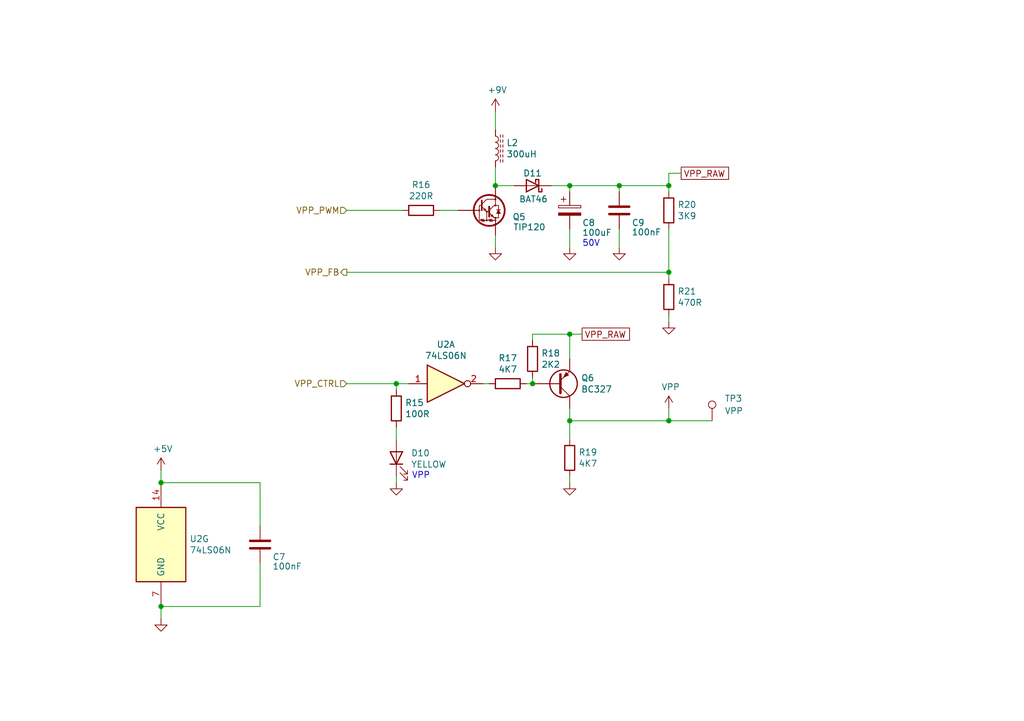
<source format=kicad_sch>
(kicad_sch (version 20231120) (generator "eeschema") (generator_version "8.0")
  (paper "A5")
  (title_block (title "USB Flash/EPROM Programmer") (date "2024-02-01") (rev "v0.3.0") (company "Robson Martins") (comment 1 "https://usbflashprog.robsonmartins.com"))
  (lib_symbols
    (symbol "74xx:74LS06N" (pin_names (offset 1.016))
      (property "Reference" "U" (at 0 1.27 0))
      (property "Value" "74LS06N" (at 0 -1.27 0))
      (symbol "74LS06N_1_0"
        (polyline (pts (xy -3.81 3.81) (xy -3.81 -3.81) (xy 3.81 0) (xy -3.81 3.81)) (stroke (width 0.254)) (fill (type background)))
        (pin input line (at -7.62 0 0) (length 3.81) (name "~") (number "1"))
        (pin open_collector inverted (at 7.62 0 180) (length 3.81) (name "~") (number "2"))
      )
      (symbol "74LS06N_2_0"
        (polyline (pts (xy -3.81 3.81) (xy -3.81 -3.81) (xy 3.81 0) (xy -3.81 3.81)) (stroke (width 0.254)) (fill (type background)))
        (pin input line (at -7.62 0 0) (length 3.81) (name "~") (number "3"))
        (pin open_collector inverted (at 7.62 0 180) (length 3.81) (name "~") (number "4"))
      )
      (symbol "74LS06N_3_0"
        (polyline (pts (xy -3.81 3.81) (xy -3.81 -3.81) (xy 3.81 0) (xy -3.81 3.81)) (stroke (width 0.254)) (fill (type background)))
        (pin input line (at -7.62 0 0) (length 3.81) (name "~") (number "5"))
        (pin open_collector inverted (at 7.62 0 180) (length 3.81) (name "~") (number "6"))
      )
      (symbol "74LS06N_4_0"
        (polyline (pts (xy -3.81 3.81) (xy -3.81 -3.81) (xy 3.81 0) (xy -3.81 3.81)) (stroke (width 0.254)) (fill (type background)))
        (pin open_collector inverted (at 7.62 0 180) (length 3.81) (name "~") (number "8"))
        (pin input line (at -7.62 0 0) (length 3.81) (name "~") (number "9"))
      )
      (symbol "74LS06N_5_0"
        (polyline (pts (xy -3.81 3.81) (xy -3.81 -3.81) (xy 3.81 0) (xy -3.81 3.81)) (stroke (width 0.254)) (fill (type background)))
        (pin open_collector inverted (at 7.62 0 180) (length 3.81) (name "~") (number "10"))
        (pin input line (at -7.62 0 0) (length 3.81) (name "~") (number "11"))
      )
      (symbol "74LS06N_6_0"
        (polyline (pts (xy -3.81 3.81) (xy -3.81 -3.81) (xy 3.81 0) (xy -3.81 3.81)) (stroke (width 0.254)) (fill (type background)))
        (pin open_collector inverted (at 7.62 0 180) (length 3.81) (name "~") (number "12"))
        (pin input line (at -7.62 0 0) (length 3.81) (name "~") (number "13"))
      )
      (symbol "74LS06N_7_0"
        (pin power_in line (at 0 12.7 270) (length 5.08) (name "VCC") (number "14"))
        (pin power_in line (at 0 -12.7 90) (length 5.08) (name "GND") (number "7"))
      )
      (symbol "74LS06N_7_1"
        (rectangle (start -5.08 7.62) (end 5.08 -7.62) (stroke (width 0.254)) (fill (type background)))
      )
    )
    (symbol "Connector:TestPoint" (pin_numbers hide) (pin_names (offset 0.762) hide)
      (property "Reference" "TP" (at 0 6.858 0))
      (property "Value" "TestPoint" (at 0 5.08 0))
      (symbol "TestPoint_0_1"
        (circle (center 0 3.302) (radius 0.762))
      )
      (symbol "TestPoint_1_1"
        (pin passive line (at 0 0 90) (length 2.54) (name "1") (number "1"))
      )
    )
    (symbol "Device:C" (pin_numbers hide) (pin_names (offset 0.254))
      (property "Reference" "C" (at 0.635 2.54 0))
      (property "Value" "C" (at 0.635 -2.54 0))
      (symbol "C_0_1"
        (polyline (pts (xy -2.032 -0.762) (xy 2.032 -0.762)) (stroke (width 0.508)))
        (polyline (pts (xy -2.032 0.762) (xy 2.032 0.762)) (stroke (width 0.508)))
      )
      (symbol "C_1_1"
        (pin passive line (at 0 3.81 270) (length 2.794) (name "~") (number "1"))
        (pin passive line (at 0 -3.81 90) (length 2.794) (name "~") (number "2"))
      )
    )
    (symbol "Device:C_Polarized" (pin_numbers hide) (pin_names (offset 0.254))
      (property "Reference" "C" (at 0.635 2.54 0))
      (property "Value" "C_Polarized" (at 0.635 -2.54 0))
      (symbol "C_Polarized_0_1"
        (rectangle (start -2.286 0.508) (end 2.286 1.016))
        (polyline (pts (xy -1.778 2.286) (xy -0.762 2.286)))
        (polyline (pts (xy -1.27 2.794) (xy -1.27 1.778)))
        (rectangle (start 2.286 -0.508) (end -2.286 -1.016) (fill (type outline)))
      )
      (symbol "C_Polarized_1_1"
        (pin passive line (at 0 3.81 270) (length 2.794) (name "~") (number "1"))
        (pin passive line (at 0 -3.81 90) (length 2.794) (name "~") (number "2"))
      )
    )
    (symbol "Device:LED" (pin_numbers hide) (pin_names (offset 1.016) hide)
      (property "Reference" "D" (at 0 2.54 0))
      (property "Value" "LED" (at 0 -2.54 0))
      (symbol "LED_0_1"
        (polyline (pts (xy -1.27 -1.27) (xy -1.27 1.27)) (stroke (width 0.254)))
        (polyline (pts (xy -1.27 0) (xy 1.27 0)))
        (polyline (pts (xy 1.27 -1.27) (xy 1.27 1.27) (xy -1.27 0) (xy 1.27 -1.27)) (stroke (width 0.254)))
        (polyline (pts (xy -3.048 -0.762) (xy -4.572 -2.286) (xy -3.81 -2.286) (xy -4.572 -2.286) (xy -4.572 -1.524)))
        (polyline (pts (xy -1.778 -0.762) (xy -3.302 -2.286) (xy -2.54 -2.286) (xy -3.302 -2.286) (xy -3.302 -1.524)))
      )
      (symbol "LED_1_1"
        (pin passive line (at -3.81 0 0) (length 2.54) (name "K") (number "1"))
        (pin passive line (at 3.81 0 180) (length 2.54) (name "A") (number "2"))
      )
    )
    (symbol "Device:L_Ferrite" (pin_numbers hide) (pin_names (offset 1.016) hide)
      (property "Reference" "L" (at -1.27 0 90))
      (property "Value" "L_Ferrite" (at 2.794 0 90))
      (symbol "L_Ferrite_0_1"
        (arc (start 0 -2.54) (mid 0.6323 -1.905) (end 0 -1.27))
        (arc (start 0 -1.27) (mid 0.6323 -0.635) (end 0 0))
        (polyline (pts (xy 1.016 -2.794) (xy 1.016 -2.286)))
        (polyline (pts (xy 1.016 -1.778) (xy 1.016 -1.27)))
        (polyline (pts (xy 1.016 -0.762) (xy 1.016 -0.254)))
        (polyline (pts (xy 1.016 0.254) (xy 1.016 0.762)))
        (polyline (pts (xy 1.016 1.27) (xy 1.016 1.778)))
        (polyline (pts (xy 1.016 2.286) (xy 1.016 2.794)))
        (polyline (pts (xy 1.524 -2.286) (xy 1.524 -2.794)))
        (polyline (pts (xy 1.524 -1.27) (xy 1.524 -1.778)))
        (polyline (pts (xy 1.524 -0.254) (xy 1.524 -0.762)))
        (polyline (pts (xy 1.524 0.762) (xy 1.524 0.254)))
        (polyline (pts (xy 1.524 1.778) (xy 1.524 1.27)))
        (polyline (pts (xy 1.524 2.794) (xy 1.524 2.286)))
        (arc (start 0 0) (mid 0.6323 0.635) (end 0 1.27))
        (arc (start 0 1.27) (mid 0.6323 1.905) (end 0 2.54))
      )
      (symbol "L_Ferrite_1_1"
        (pin passive line (at 0 3.81 270) (length 1.27) (name "1") (number "1"))
        (pin passive line (at 0 -3.81 90) (length 1.27) (name "2") (number "2"))
      )
    )
    (symbol "Device:R" (pin_numbers hide) (pin_names (offset 0))
      (property "Reference" "R" (at 2.032 0 90))
      (property "Value" "R" (at 0 0 90))
      (symbol "R_0_1"
        (rectangle (start -1.016 -2.54) (end 1.016 2.54) (stroke (width 0.254)))
      )
      (symbol "R_1_1"
        (pin passive line (at 0 3.81 270) (length 1.27) (name "~") (number "1"))
        (pin passive line (at 0 -3.81 90) (length 1.27) (name "~") (number "2"))
      )
    )
    (symbol "Diode:BAT46" (pin_numbers hide) (pin_names (offset 1.016) hide)
      (property "Reference" "D" (at 0 2.54 0))
      (property "Value" "BAT46" (at 0 -2.54 0))
      (symbol "BAT46_0_1"
        (polyline (pts (xy 1.27 0) (xy -1.27 0)))
        (polyline (pts (xy 1.27 1.27) (xy 1.27 -1.27) (xy -1.27 0) (xy 1.27 1.27)) (stroke (width 0.254)))
        (polyline (pts (xy -1.905 0.635) (xy -1.905 1.27) (xy -1.27 1.27) (xy -1.27 -1.27) (xy -0.635 -1.27) (xy -0.635 -0.635)) (stroke (width 0.254)))
      )
      (symbol "BAT46_1_1"
        (pin passive line (at -3.81 0 0) (length 2.54) (name "K") (number "1"))
        (pin passive line (at 3.81 0 180) (length 2.54) (name "A") (number "2"))
      )
    )
    (symbol "Transistor_BJT:BC327" (pin_numbers hide) (pin_names (offset 0) hide)
      (property "Reference" "Q" (at 5.08 1.905 0))
      (property "Value" "BC327" (at 5.08 0 0))
      (symbol "BC327_0_1"
        (polyline (pts (xy 0.635 0.635) (xy 2.54 2.54)))
        (polyline (pts (xy 0.635 -0.635) (xy 2.54 -2.54) (xy 2.54 -2.54)))
        (polyline (pts (xy 0.635 1.905) (xy 0.635 -1.905) (xy 0.635 -1.905)) (stroke (width 0.508)))
        (polyline (pts (xy 2.286 -1.778) (xy 1.778 -2.286) (xy 1.27 -1.27) (xy 2.286 -1.778) (xy 2.286 -1.778)) (fill (type outline)))
        (circle (center 1.27 0) (radius 2.8194) (stroke (width 0.254)))
      )
      (symbol "BC327_1_1"
        (pin passive line (at 2.54 5.08 270) (length 2.54) (name "C") (number "1"))
        (pin input line (at -5.08 0 0) (length 5.715) (name "B") (number "2"))
        (pin passive line (at 2.54 -5.08 90) (length 2.54) (name "E") (number "3"))
      )
    )
    (symbol "Transistor_BJT:TIP120" (pin_numbers hide) (pin_names (offset 0) hide)
      (property "Reference" "Q" (at 5.08 1.905 0))
      (property "Value" "TIP120" (at 5.08 0 0))
      (symbol "TIP120_0_1"
        (circle (center -0.762 0) (radius 0.127))
        (polyline (pts (xy -1.27 0) (xy -0.889 0)))
        (polyline (pts (xy 2.54 -2.032) (xy 2.54 -2.54)))
        (polyline (pts (xy 2.54 -1.524) (xy 3.175 -1.524)))
        (polyline (pts (xy 2.794 0.127) (xy 3.556 0.127)))
        (polyline (pts (xy 3.175 -0.635) (xy 3.175 -1.524)))
        (polyline (pts (xy 3.175 1.016) (xy 2.54 1.016)))
        (polyline (pts (xy 3.175 1.016) (xy 3.175 0.127)))
        (polyline (pts (xy -0.254 0.762) (xy 0.762 -0.254) (xy 1.27 -0.254)))
        (polyline (pts (xy -0.254 1.016) (xy -0.762 1.016) (xy -0.762 -2.032)))
        (polyline (pts (xy -0.254 1.27) (xy 0.762 2.286) (xy 2.54 2.286)))
        (polyline (pts (xy -0.254 2.032) (xy -0.254 0) (xy -0.254 0)) (stroke (width 0.3048)))
        (polyline (pts (xy 1.27 0.762) (xy 1.27 -1.27) (xy 1.27 -1.27)) (stroke (width 0.381)))
        (polyline (pts (xy 0.635 -0.127) (xy 0.381 0.381) (xy 0.127 0.127) (xy 0.635 -0.127)))
        (polyline (pts (xy 1.27 -0.508) (xy 2.286 -1.524) (xy 2.54 -1.524) (xy 2.54 -2.032)))
        (polyline (pts (xy 1.27 0) (xy 2.286 1.016) (xy 2.54 1.016) (xy 2.54 2.286)))
        (polyline (pts (xy 2.159 -1.397) (xy 1.905 -0.889) (xy 1.651 -1.143) (xy 2.159 -1.397)))
        (polyline (pts (xy 3.175 0.127) (xy 2.794 -0.635) (xy 3.556 -0.635) (xy 3.175 0.127)) (fill (type outline)))
        (polyline (pts (xy 0.762 -2.032) (xy 0.381 -2.032) (xy 0.254 -2.286) (xy 0.127 -1.778) (xy 0 -2.286) (xy -0.127 -1.778) (xy -0.254 -2.286) (xy -0.381 -1.778) (xy -0.508 -2.032) (xy -0.762 -2.032)))
        (polyline (pts (xy 0.762 -0.254) (xy 0.762 -2.032) (xy 1.143 -2.032) (xy 1.27 -1.778) (xy 1.397 -2.286) (xy 1.524 -1.778) (xy 1.651 -2.286) (xy 1.778 -1.778) (xy 1.905 -2.286) (xy 2.032 -2.032) (xy 2.54 -2.032)))
        (circle (center 0.762 -2.032) (radius 0.127))
        (circle (center 0.762 -0.254) (radius 0.127))
        (circle (center 1.27 0) (radius 3.175) (stroke (width 0.3556)))
        (circle (center 2.54 -2.032) (radius 0.127))
        (circle (center 2.54 -1.524) (radius 0.127))
        (circle (center 2.54 1.016) (radius 0.127))
        (circle (center 2.54 2.286) (radius 0.127))
      )
      (symbol "TIP120_1_1"
        (pin input line (at -5.08 0 0) (length 3.81) (name "B") (number "1"))
        (pin passive line (at 2.54 5.08 270) (length 2.667) (name "C") (number "2"))
        (pin passive line (at 2.54 -5.08 90) (length 2.54) (name "E") (number "3"))
      )
    )
    (symbol "power:+5V" (power) (pin_names (offset 0))
      (property "Value" "+5V" (at 0 3.556 0))
      (symbol "+5V_0_1"
        (polyline (pts (xy -0.762 1.27) (xy 0 2.54)))
        (polyline (pts (xy 0 0) (xy 0 2.54)))
        (polyline (pts (xy 0 2.54) (xy 0.762 1.27)))
      )
      (symbol "+5V_1_1"
        (pin power_in line (at 0 0 90) (length 0) hide (name "+5V") (number "1"))
      )
    )
    (symbol "power:+9V" (power) (pin_names (offset 0))
      (property "Value" "+9V" (at 0 3.556 0))
      (symbol "+9V_0_1"
        (polyline (pts (xy -0.762 1.27) (xy 0 2.54)))
        (polyline (pts (xy 0 0) (xy 0 2.54)))
        (polyline (pts (xy 0 2.54) (xy 0.762 1.27)))
      )
      (symbol "+9V_1_1"
        (pin power_in line (at 0 0 90) (length 0) hide (name "+9V") (number "1"))
      )
    )
    (symbol "power:GND" (power) (pin_names (offset 0))
      (property "Value" "GND" (at 0 -3.81 0))
      (symbol "GND_0_1"
        (polyline (pts (xy 0 0) (xy 0 -1.27) (xy 1.27 -1.27) (xy 0 -2.54) (xy -1.27 -1.27) (xy 0 -1.27)))
      )
      (symbol "GND_1_1"
        (pin power_in line (at 0 0 270) (length 0) hide (name "GND") (number "1"))
      )
    )
    (symbol "power:VPP" (power) (pin_names (offset 0))
      (property "Value" "VPP" (at 0 3.81 0))
      (symbol "VPP_0_1"
        (polyline (pts (xy -0.762 1.27) (xy 0 2.54)))
        (polyline (pts (xy 0 0) (xy 0 2.54)))
        (polyline (pts (xy 0 2.54) (xy 0.762 1.27)))
      )
      (symbol "VPP_1_1"
        (pin power_in line (at 0 0 90) (length 0) hide (name "VPP") (number "1"))
      )
    )
  )
  (junction (at 137.16 55.88))
  (junction (at 137.16 86.36))
  (junction (at 137.16 38.1))
  (junction (at 33.02 124.46))
  (junction (at 109.22 78.74))
  (junction (at 81.28 78.74))
  (junction (at 127 38.1))
  (junction (at 116.84 68.58))
  (junction (at 116.84 38.1))
  (junction (at 116.84 86.36))
  (junction (at 33.02 99.06))
  (junction (at 101.6 38.1))
  (wire (pts (xy 137.16 86.36) (xy 146.05 86.36)))
  (wire (pts (xy 71.12 43.18) (xy 82.55 43.18)))
  (wire (pts (xy 107.95 78.74) (xy 109.22 78.74)))
  (wire (pts (xy 116.84 86.36) (xy 116.84 83.82)))
  (wire (pts (xy 105.41 38.1) (xy 101.6 38.1)))
  (wire (pts (xy 137.16 46.99) (xy 137.16 55.88)))
  (wire (pts (xy 81.28 87.63) (xy 81.28 90.17)))
  (wire (pts (xy 116.84 86.36) (xy 137.16 86.36)))
  (wire (pts (xy 109.22 69.85) (xy 109.22 68.58)))
  (wire (pts (xy 137.16 38.1) (xy 137.16 35.56)))
  (wire (pts (xy 137.16 55.88) (xy 137.16 57.15)))
  (wire (pts (xy 53.34 115.57) (xy 53.34 124.46)))
  (wire (pts (xy 81.28 78.74) (xy 71.12 78.74)))
  (wire (pts (xy 116.84 50.8) (xy 116.84 46.99)))
  (wire (pts (xy 116.84 68.58) (xy 119.38 68.58)))
  (wire (pts (xy 33.02 99.06) (xy 53.34 99.06)))
  (wire (pts (xy 101.6 48.26) (xy 101.6 50.8)))
  (wire (pts (xy 71.12 55.88) (xy 137.16 55.88)))
  (wire (pts (xy 53.34 124.46) (xy 33.02 124.46)))
  (wire (pts (xy 116.84 38.1) (xy 127 38.1)))
  (wire (pts (xy 113.03 38.1) (xy 116.84 38.1)))
  (wire (pts (xy 137.16 35.56) (xy 139.7 35.56)))
  (wire (pts (xy 127 50.8) (xy 127 46.99)))
  (wire (pts (xy 109.22 77.47) (xy 109.22 78.74)))
  (wire (pts (xy 101.6 26.67) (xy 101.6 22.86)))
  (wire (pts (xy 137.16 38.1) (xy 137.16 39.37)))
  (wire (pts (xy 81.28 80.01) (xy 81.28 78.74)))
  (wire (pts (xy 99.06 78.74) (xy 100.33 78.74)))
  (wire (pts (xy 116.84 73.66) (xy 116.84 68.58)))
  (wire (pts (xy 83.82 78.74) (xy 81.28 78.74)))
  (wire (pts (xy 137.16 66.04) (xy 137.16 64.77)))
  (wire (pts (xy 33.02 124.46) (xy 33.02 127)))
  (wire (pts (xy 109.22 68.58) (xy 116.84 68.58)))
  (wire (pts (xy 127 39.37) (xy 127 38.1)))
  (wire (pts (xy 137.16 83.82) (xy 137.16 86.36)))
  (wire (pts (xy 116.84 97.79) (xy 116.84 99.06)))
  (wire (pts (xy 101.6 38.1) (xy 101.6 34.29)))
  (wire (pts (xy 33.02 99.06) (xy 33.02 96.52)))
  (wire (pts (xy 127 38.1) (xy 137.16 38.1)))
  (wire (pts (xy 90.17 43.18) (xy 93.98 43.18)))
  (wire (pts (xy 116.84 39.37) (xy 116.84 38.1)))
  (wire (pts (xy 81.28 97.79) (xy 81.28 99.06)))
  (wire (pts (xy 116.84 86.36) (xy 116.84 90.17)))
  (wire (pts (xy 53.34 99.06) (xy 53.34 107.95)))
  (text "VPP" (at 84.4296 98.425 0) (effects (font (size 1.27 1.27)) (justify left bottom)))
  (text "50V" (at 119.38 50.8 0) (effects (font (size 1.27 1.27)) (justify left bottom)))
  (global_label "VPP_RAW" (shape passive) (at 139.7 35.56 0) (property "Intersheetrefs" "${INTERSHEET_REFS}" (effects (hide yes))))
  (global_label "VPP_RAW" (shape passive) (at 119.38 68.58 0) (property "Intersheetrefs" "${INTERSHEET_REFS}" (effects (hide yes))))
  (hierarchical_label "VPP_CTRL" (shape input) (at 71.12 78.74 180))
  (hierarchical_label "VPP_FB" (shape output) (at 71.12 55.88 180))
  (hierarchical_label "VPP_PWM" (shape input) (at 71.12 43.18 180))
  (symbol (lib_id "Device:LED") (at 81.28 93.98 90) (unit 1)
    (property "Reference" "D10" (at 84.2772 92.9894 90) (effects (justify right)))
    (property "Value" "YELLOW" (at 84.2772 95.3008 90) (effects (justify right)))
    (property "Footprint" "LED_THT:LED_D3.0mm" (effects (hide yes)))
  )
  (symbol (lib_id "Transistor_BJT:BC327") (at 114.3 78.74 0) (mirror x) (unit 1)
    (property "Reference" "Q6" (at 119.1514 77.5716 0) (effects (justify left)))
    (property "Value" "BC327" (at 119.1514 79.883 0) (effects (justify left)))
    (property "Footprint" "Package_TO_SOT_THT:TO-92_Inline_Wide" (effects (hide yes)))
    (property "Datasheet" "http://www.onsemi.com/pub_link/Collateral/BC327-D.PDF" (effects (hide yes)))
  )
  (symbol (lib_id "74xx:74LS06N") (at 91.44 78.74 0) (unit 1)
    (property "Reference" "U2" (at 91.44 70.6882 0))
    (property "Value" "74LS06N" (at 91.44 72.9996 0))
    (property "Footprint" "Package_DIP:DIP-14_W7.62mm" (effects (hide yes)))
    (property "Datasheet" "http://www.ti.com/lit/gpn/sn74LS06N" (effects (hide yes)))
  )
  (symbol (lib_id "74xx:74LS06N") (at 33.02 111.76 0) (unit 7)
    (property "Reference" "U2" (at 38.862 110.5916 0) (effects (justify left)))
    (property "Value" "74LS06N" (at 38.862 112.903 0) (effects (justify left)))
    (property "Footprint" "Package_DIP:DIP-14_W7.62mm" (effects (hide yes)))
    (property "Datasheet" "http://www.ti.com/lit/gpn/sn74LS06N" (effects (hide yes)))
  )
  (symbol (lib_id "Device:R") (at 104.14 78.74 270) (unit 1)
    (property "Reference" "R17" (at 104.14 73.4822 90))
    (property "Value" "4K7" (at 104.14 75.7936 90))
    (property "Footprint" "Resistor_THT:R_Axial_DIN0204_L3.6mm_D1.6mm_P7.62mm_Horizontal" (effects (hide yes)))
  )
  (symbol (lib_id "Device:R") (at 81.28 83.82 0) (unit 1)
    (property "Reference" "R15" (at 83.058 82.6516 0) (effects (justify left)))
    (property "Value" "100R" (at 83.058 84.963 0) (effects (justify left)))
    (property "Footprint" "Resistor_THT:R_Axial_DIN0204_L3.6mm_D1.6mm_P7.62mm_Horizontal" (effects (hide yes)))
  )
  (symbol (lib_id "power:GND") (at 81.28 99.06 0) (unit 1)
    (property "Reference" "#PWR033" (effects (hide yes)))
    (property "Value" "GND" (effects (hide yes)))
  )
  (symbol (lib_id "Device:R") (at 109.22 73.66 0) (unit 1)
    (property "Reference" "R18" (at 110.998 72.4916 0) (effects (justify left)))
    (property "Value" "2K2" (at 110.998 74.803 0) (effects (justify left)))
    (property "Footprint" "Resistor_THT:R_Axial_DIN0204_L3.6mm_D1.6mm_P7.62mm_Horizontal" (effects (hide yes)))
  )
  (symbol (lib_id "Device:R") (at 116.84 93.98 0) (unit 1)
    (property "Reference" "R19" (at 118.618 92.8116 0) (effects (justify left)))
    (property "Value" "4K7" (at 118.618 95.123 0) (effects (justify left)))
    (property "Footprint" "Resistor_THT:R_Axial_DIN0204_L3.6mm_D1.6mm_P7.62mm_Horizontal" (effects (hide yes)))
  )
  (symbol (lib_id "power:GND") (at 116.84 99.06 0) (unit 1)
    (property "Reference" "#PWR037" (effects (hide yes)))
    (property "Value" "GND" (effects (hide yes)))
  )
  (symbol (lib_id "power:VPP") (at 137.16 83.82 0) (unit 1)
    (property "Reference" "#PWR040" (effects (hide yes)))
    (property "Value" "VPP" (at 137.541 79.4258 0))
  )
  (symbol (lib_id "power:GND") (at 33.02 127 0) (unit 1)
    (property "Reference" "#PWR032" (effects (hide yes)))
    (property "Value" "GND" (effects (hide yes)))
  )
  (symbol (lib_id "Device:C") (at 53.34 111.76 0) (unit 1)
    (property "Reference" "C7" (at 55.88 114.3 0) (effects (justify left)))
    (property "Value" "100nF" (at 55.8546 116.2304 0) (effects (justify left)))
    (property "Footprint" "Capacitor_THT:C_Disc_D5.0mm_W2.5mm_P5.00mm" (effects (hide yes)))
  )
  (symbol (lib_id "power:+5V") (at 33.02 96.52 0) (unit 1)
    (property "Reference" "#PWR031" (effects (hide yes)))
    (property "Value" "+5V" (at 33.401 92.1258 0))
  )
  (symbol (lib_id "Device:R") (at 86.36 43.18 270) (unit 1)
    (property "Reference" "R16" (at 86.36 37.9222 90))
    (property "Value" "220R" (at 86.36 40.2336 90))
    (property "Footprint" "Resistor_THT:R_Axial_DIN0204_L3.6mm_D1.6mm_P7.62mm_Horizontal" (effects (hide yes)))
  )
  (symbol (lib_id "Device:R") (at 137.16 60.96 0) (unit 1)
    (property "Reference" "R21" (at 138.938 59.7916 0) (effects (justify left)))
    (property "Value" "470R" (at 138.938 62.103 0) (effects (justify left)))
    (property "Footprint" "Resistor_THT:R_Axial_DIN0204_L3.6mm_D1.6mm_P7.62mm_Horizontal" (effects (hide yes)))
  )
  (symbol (lib_id "Device:R") (at 137.16 43.18 0) (unit 1)
    (property "Reference" "R20" (at 138.938 42.0116 0) (effects (justify left)))
    (property "Value" "3K9" (at 138.938 44.323 0) (effects (justify left)))
    (property "Footprint" "Resistor_THT:R_Axial_DIN0204_L3.6mm_D1.6mm_P7.62mm_Horizontal" (effects (hide yes)))
  )
  (symbol (lib_id "Device:C_Polarized") (at 116.84 43.18 0) (unit 1)
    (property "Reference" "C8" (at 119.38 45.72 0) (effects (justify left)))
    (property "Value" "100uF" (at 119.38 47.7266 0) (effects (justify left)))
    (property "Footprint" "Capacitor_THT:CP_Radial_D8.0mm_P3.50mm" (effects (hide yes)))
  )
  (symbol (lib_id "Device:C") (at 127 43.18 0) (unit 1)
    (property "Reference" "C9" (at 129.54 45.72 0) (effects (justify left)))
    (property "Value" "100nF" (at 129.5146 47.6504 0) (effects (justify left)))
    (property "Footprint" "Capacitor_THT:C_Disc_D5.0mm_W2.5mm_P5.00mm" (effects (hide yes)))
  )
  (symbol (lib_id "Diode:BAT46") (at 109.22 38.1 180) (unit 1)
    (property "Reference" "D11" (at 109.22 35.56 0))
    (property "Value" "BAT46" (at 109.3978 40.8686 0))
    (property "Footprint" "Diode_THT:D_DO-34_SOD68_P7.62mm_Horizontal" (effects (hide yes)))
    (property "Datasheet" "http://www.vishay.com/docs/85662/bat46.pdf" (effects (hide yes)))
  )
  (symbol (lib_id "Transistor_BJT:TIP120") (at 99.06 43.18 0) (unit 1)
    (property "Reference" "Q5" (at 105.0798 44.5262 0) (effects (justify left)))
    (property "Value" "TIP120" (at 105.2322 46.609 0) (effects (justify left)))
    (property "Footprint" "Package_TO_SOT_THT:TO-220-3_Vertical" (effects (hide yes)))
    (property "Datasheet" "https://www.onsemi.com/pub/Collateral/TIP120-D.PDF" (effects (hide yes)))
  )
  (symbol (lib_id "Device:L_Ferrite") (at 101.6 30.48 0) (unit 1)
    (property "Reference" "L2" (at 103.8352 29.3116 0) (effects (justify left)))
    (property "Value" "300uH" (at 103.8352 31.623 0) (effects (justify left)))
    (property "Footprint" "Inductor_THT:L_Toroid_Vertical_L13.0mm_W6.5mm_P5.60mm" (effects (hide yes)))
  )
  (symbol (lib_id "power:+9V") (at 101.6 22.86 0) (unit 1)
    (property "Reference" "#PWR034" (effects (hide yes)))
    (property "Value" "+9V" (at 101.981 18.4658 0))
  )
  (symbol (lib_id "power:GND") (at 101.6 50.8 0) (unit 1)
    (property "Reference" "#PWR035" (effects (hide yes)))
    (property "Value" "GND" (effects (hide yes)))
  )
  (symbol (lib_id "power:GND") (at 116.84 50.8 0) (unit 1)
    (property "Reference" "#PWR036" (effects (hide yes)))
    (property "Value" "GND" (effects (hide yes)))
  )
  (symbol (lib_id "power:GND") (at 127 50.8 0) (unit 1)
    (property "Reference" "#PWR038" (effects (hide yes)))
    (property "Value" "GND" (effects (hide yes)))
  )
  (symbol (lib_id "power:GND") (at 137.16 66.04 0) (unit 1)
    (property "Reference" "#PWR039" (effects (hide yes)))
    (property "Value" "GND" (effects (hide yes)))
  )
  (symbol (lib_id "Connector:TestPoint") (at 146.05 86.36 0) (unit 1)
    (property "Reference" "TP3" (at 148.59 81.7879 0) (effects (justify left)))
    (property "Value" "VPP" (at 148.59 84.3279 0) (effects (justify left)))
    (property "Footprint" "TestPoint:TestPoint_THTPad_2.5x2.5mm_Drill1.2mm" (effects (hide yes)))
  )
)
</source>
